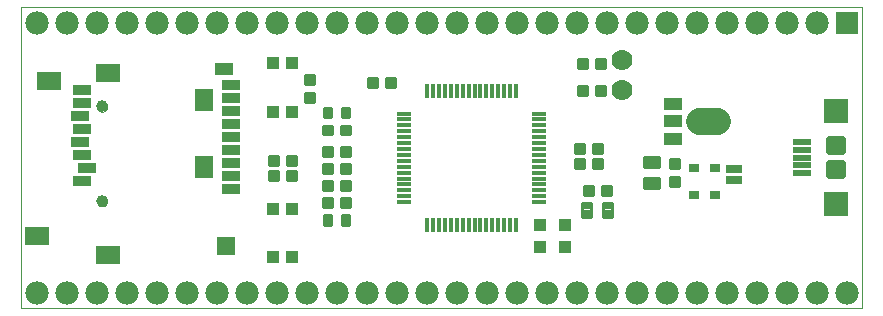
<source format=gts>
G75*
%MOIN*%
%OFA0B0*%
%FSLAX24Y24*%
%IPPOS*%
%LPD*%
%AMOC8*
5,1,8,0,0,1.08239X$1,22.5*
%
%ADD10C,0.0000*%
%ADD11C,0.0098*%
%ADD12C,0.0110*%
%ADD13R,0.0788X0.0591*%
%ADD14R,0.0591X0.0749*%
%ADD15R,0.0631X0.0355*%
%ADD16C,0.0780*%
%ADD17R,0.0780X0.0780*%
%ADD18C,0.0700*%
%ADD19C,0.0906*%
%ADD20R,0.0620X0.0413*%
%ADD21R,0.0367X0.0288*%
%ADD22R,0.0512X0.0158*%
%ADD23R,0.0158X0.0512*%
%ADD24C,0.0085*%
%ADD25R,0.0638X0.0190*%
%ADD26C,0.0192*%
%ADD27R,0.0788X0.0788*%
%ADD28R,0.0394X0.0434*%
%ADD29R,0.0434X0.0394*%
%ADD30R,0.0540X0.0290*%
%ADD31R,0.0640X0.0340*%
%ADD32R,0.0640X0.0440*%
%ADD33R,0.0840X0.0640*%
%ADD34R,0.0640X0.0640*%
%ADD35C,0.0390*%
D10*
X004240Y017780D02*
X004240Y027820D01*
X032280Y027820D01*
X032280Y017780D01*
X004240Y017780D01*
X006763Y021364D02*
X006765Y021390D01*
X006771Y021416D01*
X006780Y021440D01*
X006793Y021463D01*
X006810Y021483D01*
X006829Y021501D01*
X006851Y021516D01*
X006874Y021527D01*
X006899Y021535D01*
X006925Y021539D01*
X006951Y021539D01*
X006977Y021535D01*
X007002Y021527D01*
X007026Y021516D01*
X007047Y021501D01*
X007066Y021483D01*
X007083Y021463D01*
X007096Y021440D01*
X007105Y021416D01*
X007111Y021390D01*
X007113Y021364D01*
X007111Y021338D01*
X007105Y021312D01*
X007096Y021288D01*
X007083Y021265D01*
X007066Y021245D01*
X007047Y021227D01*
X007025Y021212D01*
X007002Y021201D01*
X006977Y021193D01*
X006951Y021189D01*
X006925Y021189D01*
X006899Y021193D01*
X006874Y021201D01*
X006850Y021212D01*
X006829Y021227D01*
X006810Y021245D01*
X006793Y021265D01*
X006780Y021288D01*
X006771Y021312D01*
X006765Y021338D01*
X006763Y021364D01*
X006763Y024514D02*
X006765Y024540D01*
X006771Y024566D01*
X006780Y024590D01*
X006793Y024613D01*
X006810Y024633D01*
X006829Y024651D01*
X006851Y024666D01*
X006874Y024677D01*
X006899Y024685D01*
X006925Y024689D01*
X006951Y024689D01*
X006977Y024685D01*
X007002Y024677D01*
X007026Y024666D01*
X007047Y024651D01*
X007066Y024633D01*
X007083Y024613D01*
X007096Y024590D01*
X007105Y024566D01*
X007111Y024540D01*
X007113Y024514D01*
X007111Y024488D01*
X007105Y024462D01*
X007096Y024438D01*
X007083Y024415D01*
X007066Y024395D01*
X007047Y024377D01*
X007025Y024362D01*
X007002Y024351D01*
X006977Y024343D01*
X006951Y024339D01*
X006925Y024339D01*
X006899Y024343D01*
X006874Y024351D01*
X006850Y024362D01*
X006829Y024377D01*
X006810Y024395D01*
X006793Y024415D01*
X006780Y024438D01*
X006771Y024462D01*
X006765Y024488D01*
X006763Y024514D01*
D11*
X012514Y022846D02*
X012806Y022846D01*
X012806Y022554D01*
X012514Y022554D01*
X012514Y022846D01*
X012514Y022651D02*
X012806Y022651D01*
X012806Y022748D02*
X012514Y022748D01*
X012514Y022845D02*
X012806Y022845D01*
X013114Y022846D02*
X013406Y022846D01*
X013406Y022554D01*
X013114Y022554D01*
X013114Y022846D01*
X013114Y022651D02*
X013406Y022651D01*
X013406Y022748D02*
X013114Y022748D01*
X013114Y022845D02*
X013406Y022845D01*
X013406Y022054D02*
X013114Y022054D01*
X013114Y022346D01*
X013406Y022346D01*
X013406Y022054D01*
X013406Y022151D02*
X013114Y022151D01*
X013114Y022248D02*
X013406Y022248D01*
X013406Y022345D02*
X013114Y022345D01*
X012806Y022054D02*
X012514Y022054D01*
X012514Y022346D01*
X012806Y022346D01*
X012806Y022054D01*
X012806Y022151D02*
X012514Y022151D01*
X012514Y022248D02*
X012806Y022248D01*
X012806Y022345D02*
X012514Y022345D01*
X014314Y022586D02*
X014606Y022586D01*
X014606Y022294D01*
X014314Y022294D01*
X014314Y022586D01*
X014314Y022391D02*
X014606Y022391D01*
X014606Y022488D02*
X014314Y022488D01*
X014314Y022585D02*
X014606Y022585D01*
X014606Y022864D02*
X014314Y022864D01*
X014314Y023156D01*
X014606Y023156D01*
X014606Y022864D01*
X014606Y022961D02*
X014314Y022961D01*
X014314Y023058D02*
X014606Y023058D01*
X014606Y023155D02*
X014314Y023155D01*
X014914Y022864D02*
X015206Y022864D01*
X014914Y022864D02*
X014914Y023156D01*
X015206Y023156D01*
X015206Y022864D01*
X015206Y022961D02*
X014914Y022961D01*
X014914Y023058D02*
X015206Y023058D01*
X015206Y023155D02*
X014914Y023155D01*
X014914Y023876D02*
X015206Y023876D01*
X015206Y023584D01*
X014914Y023584D01*
X014914Y023876D01*
X014914Y023681D02*
X015206Y023681D01*
X015206Y023778D02*
X014914Y023778D01*
X014914Y023875D02*
X015206Y023875D01*
X014606Y023876D02*
X014314Y023876D01*
X014606Y023876D02*
X014606Y023584D01*
X014314Y023584D01*
X014314Y023876D01*
X014314Y023681D02*
X014606Y023681D01*
X014606Y023778D02*
X014314Y023778D01*
X014314Y023875D02*
X014606Y023875D01*
X013714Y024654D02*
X013714Y024946D01*
X014006Y024946D01*
X014006Y024654D01*
X013714Y024654D01*
X013714Y024751D02*
X014006Y024751D01*
X014006Y024848D02*
X013714Y024848D01*
X013714Y024945D02*
X014006Y024945D01*
X013714Y025254D02*
X013714Y025546D01*
X014006Y025546D01*
X014006Y025254D01*
X013714Y025254D01*
X013714Y025351D02*
X014006Y025351D01*
X014006Y025448D02*
X013714Y025448D01*
X013714Y025545D02*
X014006Y025545D01*
X015814Y025446D02*
X016106Y025446D01*
X016106Y025154D01*
X015814Y025154D01*
X015814Y025446D01*
X015814Y025251D02*
X016106Y025251D01*
X016106Y025348D02*
X015814Y025348D01*
X015814Y025445D02*
X016106Y025445D01*
X016414Y025446D02*
X016706Y025446D01*
X016706Y025154D01*
X016414Y025154D01*
X016414Y025446D01*
X016414Y025251D02*
X016706Y025251D01*
X016706Y025348D02*
X016414Y025348D01*
X016414Y025445D02*
X016706Y025445D01*
X015206Y022586D02*
X014914Y022586D01*
X015206Y022586D02*
X015206Y022294D01*
X014914Y022294D01*
X014914Y022586D01*
X014914Y022391D02*
X015206Y022391D01*
X015206Y022488D02*
X014914Y022488D01*
X014914Y022585D02*
X015206Y022585D01*
X015206Y022016D02*
X014914Y022016D01*
X015206Y022016D02*
X015206Y021724D01*
X014914Y021724D01*
X014914Y022016D01*
X014914Y021821D02*
X015206Y021821D01*
X015206Y021918D02*
X014914Y021918D01*
X014914Y022015D02*
X015206Y022015D01*
X014606Y022016D02*
X014314Y022016D01*
X014606Y022016D02*
X014606Y021724D01*
X014314Y021724D01*
X014314Y022016D01*
X014314Y021821D02*
X014606Y021821D01*
X014606Y021918D02*
X014314Y021918D01*
X014314Y022015D02*
X014606Y022015D01*
X014606Y021154D02*
X014314Y021154D01*
X014314Y021446D01*
X014606Y021446D01*
X014606Y021154D01*
X014606Y021251D02*
X014314Y021251D01*
X014314Y021348D02*
X014606Y021348D01*
X014606Y021445D02*
X014314Y021445D01*
X014914Y021154D02*
X015206Y021154D01*
X014914Y021154D02*
X014914Y021446D01*
X015206Y021446D01*
X015206Y021154D01*
X015206Y021251D02*
X014914Y021251D01*
X014914Y021348D02*
X015206Y021348D01*
X015206Y021445D02*
X014914Y021445D01*
X022714Y022454D02*
X023006Y022454D01*
X022714Y022454D02*
X022714Y022746D01*
X023006Y022746D01*
X023006Y022454D01*
X023006Y022551D02*
X022714Y022551D01*
X022714Y022648D02*
X023006Y022648D01*
X023006Y022745D02*
X022714Y022745D01*
X022714Y023246D02*
X023006Y023246D01*
X023006Y022954D01*
X022714Y022954D01*
X022714Y023246D01*
X022714Y023051D02*
X023006Y023051D01*
X023006Y023148D02*
X022714Y023148D01*
X022714Y023245D02*
X023006Y023245D01*
X023314Y023246D02*
X023606Y023246D01*
X023606Y022954D01*
X023314Y022954D01*
X023314Y023246D01*
X023314Y023051D02*
X023606Y023051D01*
X023606Y023148D02*
X023314Y023148D01*
X023314Y023245D02*
X023606Y023245D01*
X023606Y022454D02*
X023314Y022454D01*
X023314Y022746D01*
X023606Y022746D01*
X023606Y022454D01*
X023606Y022551D02*
X023314Y022551D01*
X023314Y022648D02*
X023606Y022648D01*
X023606Y022745D02*
X023314Y022745D01*
X023306Y021574D02*
X023014Y021574D01*
X023014Y021866D01*
X023306Y021866D01*
X023306Y021574D01*
X023306Y021671D02*
X023014Y021671D01*
X023014Y021768D02*
X023306Y021768D01*
X023306Y021865D02*
X023014Y021865D01*
X023614Y021574D02*
X023906Y021574D01*
X023614Y021574D02*
X023614Y021866D01*
X023906Y021866D01*
X023906Y021574D01*
X023906Y021671D02*
X023614Y021671D01*
X023614Y021768D02*
X023906Y021768D01*
X023906Y021865D02*
X023614Y021865D01*
X025874Y021854D02*
X025874Y022146D01*
X026166Y022146D01*
X026166Y021854D01*
X025874Y021854D01*
X025874Y021951D02*
X026166Y021951D01*
X026166Y022048D02*
X025874Y022048D01*
X025874Y022145D02*
X026166Y022145D01*
X025874Y022454D02*
X025874Y022746D01*
X026166Y022746D01*
X026166Y022454D01*
X025874Y022454D01*
X025874Y022551D02*
X026166Y022551D01*
X026166Y022648D02*
X025874Y022648D01*
X025874Y022745D02*
X026166Y022745D01*
X023706Y024904D02*
X023414Y024904D01*
X023414Y025196D01*
X023706Y025196D01*
X023706Y024904D01*
X023706Y025001D02*
X023414Y025001D01*
X023414Y025098D02*
X023706Y025098D01*
X023706Y025195D02*
X023414Y025195D01*
X023106Y024904D02*
X022814Y024904D01*
X022814Y025196D01*
X023106Y025196D01*
X023106Y024904D01*
X023106Y025001D02*
X022814Y025001D01*
X022814Y025098D02*
X023106Y025098D01*
X023106Y025195D02*
X022814Y025195D01*
X022814Y025804D02*
X023106Y025804D01*
X022814Y025804D02*
X022814Y026096D01*
X023106Y026096D01*
X023106Y025804D01*
X023106Y025901D02*
X022814Y025901D01*
X022814Y025998D02*
X023106Y025998D01*
X023106Y026095D02*
X022814Y026095D01*
X023414Y025804D02*
X023706Y025804D01*
X023414Y025804D02*
X023414Y026096D01*
X023706Y026096D01*
X023706Y025804D01*
X023706Y025901D02*
X023414Y025901D01*
X023414Y025998D02*
X023706Y025998D01*
X023706Y026095D02*
X023414Y026095D01*
D12*
X025020Y022815D02*
X025020Y022485D01*
X025020Y022815D02*
X025500Y022815D01*
X025500Y022485D01*
X025020Y022485D01*
X025020Y022594D02*
X025500Y022594D01*
X025500Y022703D02*
X025020Y022703D01*
X025020Y022812D02*
X025500Y022812D01*
X025020Y022115D02*
X025020Y021785D01*
X025020Y022115D02*
X025500Y022115D01*
X025500Y021785D01*
X025020Y021785D01*
X025020Y021894D02*
X025500Y021894D01*
X025500Y022003D02*
X025020Y022003D01*
X025020Y022112D02*
X025500Y022112D01*
X023955Y020820D02*
X023625Y020820D01*
X023625Y021300D01*
X023955Y021300D01*
X023955Y020820D01*
X023955Y020929D02*
X023625Y020929D01*
X023625Y021038D02*
X023955Y021038D01*
X023955Y021147D02*
X023625Y021147D01*
X023625Y021256D02*
X023955Y021256D01*
X023255Y020820D02*
X022925Y020820D01*
X022925Y021300D01*
X023255Y021300D01*
X023255Y020820D01*
X023255Y020929D02*
X022925Y020929D01*
X022925Y021038D02*
X023255Y021038D01*
X023255Y021147D02*
X022925Y021147D01*
X022925Y021256D02*
X023255Y021256D01*
D13*
X004771Y020196D03*
X005165Y025373D03*
D14*
X010342Y024743D03*
X010342Y022499D03*
D15*
X006444Y022463D03*
X006287Y022030D03*
X006287Y022896D03*
X006208Y023330D03*
X006287Y023763D03*
X006208Y024196D03*
X006287Y024629D03*
X006287Y025062D03*
D16*
X006760Y027300D03*
X007760Y027300D03*
X008760Y027300D03*
X009760Y027300D03*
X010760Y027300D03*
X011760Y027300D03*
X012760Y027300D03*
X013760Y027300D03*
X014760Y027300D03*
X015760Y027300D03*
X016760Y027300D03*
X017760Y027300D03*
X018760Y027300D03*
X019760Y027300D03*
X020760Y027300D03*
X021760Y027300D03*
X022760Y027300D03*
X023760Y027300D03*
X024760Y027300D03*
X025760Y027300D03*
X026760Y027300D03*
X027760Y027300D03*
X028760Y027300D03*
X029760Y027300D03*
X030760Y027300D03*
X030760Y018300D03*
X031760Y018300D03*
X029760Y018300D03*
X028760Y018300D03*
X027760Y018300D03*
X026760Y018300D03*
X025760Y018300D03*
X024760Y018300D03*
X023760Y018300D03*
X022760Y018300D03*
X021760Y018300D03*
X020760Y018300D03*
X019760Y018300D03*
X018760Y018300D03*
X017760Y018300D03*
X016760Y018300D03*
X015760Y018300D03*
X014760Y018300D03*
X013760Y018300D03*
X012760Y018300D03*
X011760Y018300D03*
X010760Y018300D03*
X009760Y018300D03*
X008760Y018300D03*
X007760Y018300D03*
X006760Y018300D03*
X005760Y018300D03*
X004760Y018300D03*
X004760Y027300D03*
X005760Y027300D03*
D17*
X031760Y027300D03*
D18*
X024260Y026050D03*
X024260Y025050D03*
D19*
X026835Y024020D02*
X027425Y024020D01*
D20*
X025977Y024020D03*
X025977Y023429D03*
X025977Y024611D03*
D21*
X026660Y022453D03*
X027360Y022453D03*
X027360Y021547D03*
X026660Y021547D03*
D22*
X021504Y021520D03*
X021504Y021324D03*
X021504Y021717D03*
X021504Y021914D03*
X021504Y022111D03*
X021504Y022308D03*
X021504Y022505D03*
X021504Y022702D03*
X021504Y022898D03*
X021504Y023095D03*
X021504Y023292D03*
X021504Y023489D03*
X021504Y023686D03*
X021504Y023883D03*
X021504Y024080D03*
X021504Y024276D03*
X017015Y024276D03*
X017015Y024080D03*
X017015Y023883D03*
X017015Y023686D03*
X017015Y023489D03*
X017015Y023292D03*
X017015Y023095D03*
X017015Y022898D03*
X017015Y022702D03*
X017015Y022505D03*
X017015Y022308D03*
X017015Y022111D03*
X017015Y021914D03*
X017015Y021717D03*
X017015Y021520D03*
X017015Y021324D03*
D23*
X017783Y020556D03*
X017980Y020556D03*
X018177Y020556D03*
X018374Y020556D03*
X018571Y020556D03*
X018767Y020556D03*
X018964Y020556D03*
X019161Y020556D03*
X019358Y020556D03*
X019555Y020556D03*
X019752Y020556D03*
X019948Y020556D03*
X020145Y020556D03*
X020342Y020556D03*
X020539Y020556D03*
X020736Y020556D03*
X020736Y025044D03*
X020539Y025044D03*
X020342Y025044D03*
X020145Y025044D03*
X019948Y025044D03*
X019752Y025044D03*
X019555Y025044D03*
X019358Y025044D03*
X019161Y025044D03*
X018964Y025044D03*
X018767Y025044D03*
X018571Y025044D03*
X018374Y025044D03*
X018177Y025044D03*
X017980Y025044D03*
X017783Y025044D03*
D24*
X015188Y024147D02*
X014932Y024147D01*
X014932Y024453D01*
X015188Y024453D01*
X015188Y024147D01*
X015188Y024231D02*
X014932Y024231D01*
X014932Y024315D02*
X015188Y024315D01*
X015188Y024399D02*
X014932Y024399D01*
X014588Y024147D02*
X014332Y024147D01*
X014332Y024453D01*
X014588Y024453D01*
X014588Y024147D01*
X014588Y024231D02*
X014332Y024231D01*
X014332Y024315D02*
X014588Y024315D01*
X014588Y024399D02*
X014332Y024399D01*
X014332Y020577D02*
X014588Y020577D01*
X014332Y020577D02*
X014332Y020883D01*
X014588Y020883D01*
X014588Y020577D01*
X014588Y020661D02*
X014332Y020661D01*
X014332Y020745D02*
X014588Y020745D01*
X014588Y020829D02*
X014332Y020829D01*
X014932Y020577D02*
X015188Y020577D01*
X014932Y020577D02*
X014932Y020883D01*
X015188Y020883D01*
X015188Y020577D01*
X015188Y020661D02*
X014932Y020661D01*
X014932Y020745D02*
X015188Y020745D01*
X015188Y020829D02*
X014932Y020829D01*
D25*
X030260Y022298D03*
X030260Y022554D03*
X030260Y022810D03*
X030260Y023066D03*
X030260Y023322D03*
D26*
X031634Y023434D02*
X031634Y022986D01*
X031186Y022986D01*
X031186Y023434D01*
X031634Y023434D01*
X031634Y023177D02*
X031186Y023177D01*
X031186Y023368D02*
X031634Y023368D01*
X031634Y022634D02*
X031634Y022186D01*
X031186Y022186D01*
X031186Y022634D01*
X031634Y022634D01*
X031634Y022377D02*
X031186Y022377D01*
X031186Y022568D02*
X031634Y022568D01*
D27*
X031410Y021255D03*
X031410Y024365D03*
D28*
X022373Y020574D03*
X021546Y020574D03*
X021546Y019826D03*
X022373Y019826D03*
D29*
X013274Y019493D03*
X012645Y019493D03*
X012645Y021107D03*
X013274Y021107D03*
X013274Y024343D03*
X012645Y024343D03*
X012645Y025957D03*
X013274Y025957D03*
D30*
X028020Y022417D03*
X028020Y022063D03*
D31*
X011230Y022191D03*
X011230Y022624D03*
X011230Y023057D03*
X011230Y023490D03*
X011230Y023923D03*
X011230Y024356D03*
X011230Y024789D03*
X011230Y025222D03*
X011230Y021758D03*
D32*
X010993Y025752D03*
D33*
X007146Y025616D03*
X007146Y019553D03*
D34*
X011075Y019875D03*
D35*
X006938Y021364D03*
X006938Y024514D03*
M02*

</source>
